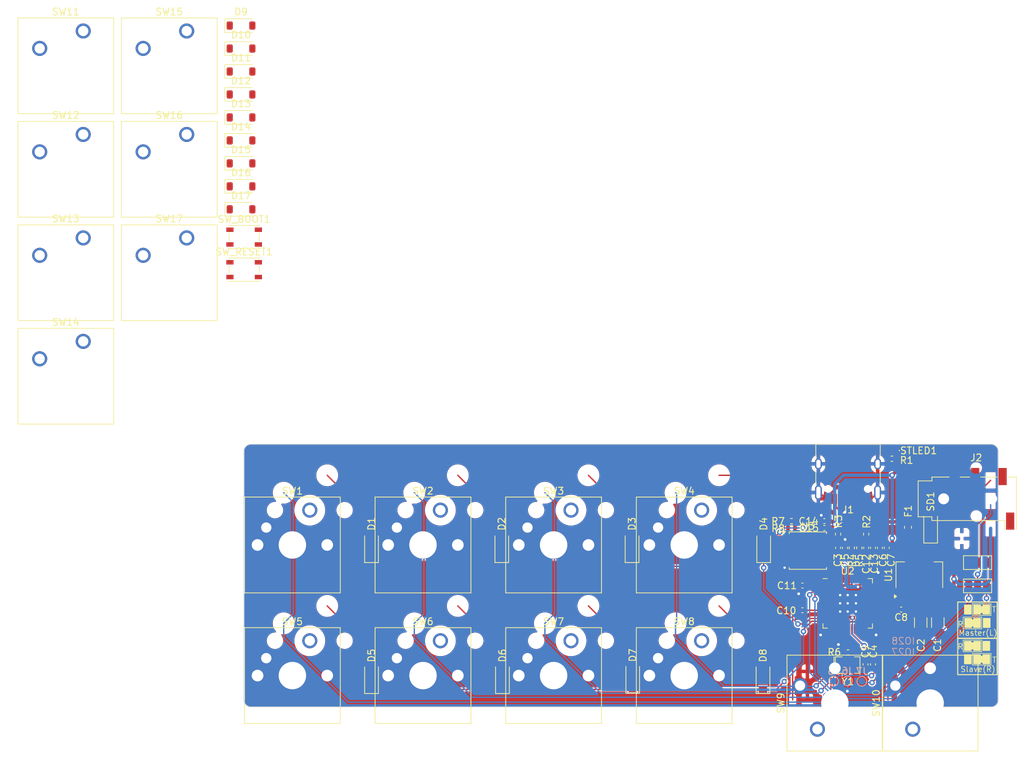
<source format=kicad_pcb>
(kicad_pcb (version 20240108) (generator "pcbnew") (generator_version "8.0")
  (layers (0 "F.Cu" signal) (31 "B.Cu" signal) (34 "B.Paste" user) (35 "F.Paste" user) (36 "B.SilkS" user "B.Silkscreen") (37 "F.SilkS" user "F.Silkscreen") (38 "B.Mask" user) (39 "F.Mask" user) (44 "Edge.Cuts" user))
  (net 0 "")
  (net 1 "+5V")
  (net 2 "GND")
  (net 3 "+3V3")
  (net 4 "+1V1")
  (net 5 "row0")
  (net 6 "Net-(D1-A)")
  (net 7 "Net-(D2-A)")
  (net 8 "Net-(D3-A)")
  (net 9 "row1")
  (net 10 "Net-(D5-A)")
  (net 11 "Net-(D6-A)")
  (net 12 "Net-(D7-A)")
  (net 13 "Net-(D8-A)")
  (net 14 "VBUS")
  (net 15 "Net-(SD1-A)")
  (net 16 "Net-(J1-CC1)")
  (net 17 "D+")
  (net 18 "D-")
  (net 19 "SWCLK")
  (net 20 "SWD")
  (net 21 "Net-(STLED1-A)")
  (net 22 "QSPI_SS")
  (net 23 "USB_BOOT")
  (net 24 "col0")
  (net 25 "col1")
  (net 26 "col2")
  (net 27 "col3")
  (net 28 "RESET")
  (net 29 "Net-(U2-USB_DP)")
  (net 30 "Net-(U2-USB_DM)")
  (net 31 "Net-(U2-XOUT)")
  (net 37 "Net-(D4-A)")
  (net 38 "QSPI_SD3")
  (net 39 "QSPI_SCLK")
  (net 40 "QSPI_SD0")
  (net 41 "QSPI_SD2")
  (net 42 "QSPI_SD1")
  (net 43 "R2")
  (net 44 "R1")
  (net 45 "RX")
  (net 46 "TX")
  (net 47 "row2")
  (net 48 "Net-(D9-A)")
  (net 49 "Net-(U2-XIN)")
  (net 58 "Net-(R6-Pad1)")
  (net 65 "Net-(D10-A)")
  (net 66 "Net-(D11-A)")
  (net 67 "Net-(D12-A)")
  (net 68 "Net-(D13-A)")
  (net 69 "row3")
  (net 70 "Net-(D14-A)")
  (net 71 "Net-(D15-A)")
  (net 72 "Net-(D16-A)")
  (net 73 "row4")
  (net 74 "Net-(D17-A)")
  (net 75 "unconnected-(J1-RX2--PadA10)")
  (net 76 "Net-(J1-CC)")
  (footprint "Jumper:SolderJumper-3_P1.3mm_Open_Pad1.0x1.5mm_NumberLabels" (layer "F.Cu") (at 197.4 107.65)
    (property "Reference" "J4" (hide yes))
    (property "Value" "Conn_01x03_Male")
  )
  (footprint "Package_SO:SOIC-8_5.23x5.23mm_P1.27mm" (layer "F.Cu") (at 172.65 105.9)
    (property "Reference" "U3")
    (property "Value" "W25Q128JVSIQ")
  )
  (footprint "Button_Switch_Keyboard:SW_Cherry_MX_1.00u_PCB" (layer "F.Cu") (at 100 119.05)
    (property "Reference" "SW5")
    (property "Value" "SW_Push")
  )
  (footprint "Resistor_SMD:R_0402_1005Metric" (layer "F.Cu") (at 184.9 92.5)
    (property "Reference" "R1")
    (property "Value" "1k")
  )
  (footprint "Connector_USB:USB_C_Receptacle_HRO_TYPE-C-31-M-12" (layer "F.Cu") (at 178.5 94.3 180)
    (property "Reference" "J1")
    (property "Value" "USB_C_Receptacle")
  )
  (footprint "Diode_SMD:D_SOD-123" (layer "F.Cu") (at 190.55 102.55 90)
    (property "Reference" "SD1")
    (property "Value" "Schottky diode")
  )
  (footprint "Button_Switch_SMD:SW_SPST_PTS810" (layer "F.Cu") (at 90.425 60.175)
    (property "Reference" "SW_BOOT1")
    (property "Value" "BOOT")
  )
  (footprint "Button_Switch_SMD:SW_SPST_PTS810" (layer "F.Cu") (at 90.425 64.925)
    (property "Reference" "SW_RESET1")
    (property "Value" "RESET")
  )
  (footprint "Button_Switch_Keyboard:SW_Cherry_MX_1.00u_PCB" (layer "F.Cu") (at 157.15 119.05)
    (property "Reference" "SW8")
    (property "Value" "SW_Push")
  )
  (footprint "Fuse:Fuse_0603_1608Metric" (layer "F.Cu") (at 187.25 102.5 -90)
    (property "Reference" "F1")
    (property "Value" "Fuse")
  )
  (footprint "Diode_SMD:D_SOD-123" (layer "F.Cu") (at 89.97 39.375)
    (property "Reference" "D12")
    (property "Value" "D_Small")
  )
  (footprint "LED_SMD:LED_0402_1005Metric" (layer "F.Cu") (at 184.9 91.3 180)
    (property "Reference" "STLED1")
    (property "Value" "LED_GREEN")
  )
  (footprint "Capacitor_SMD:C_1206_3216Metric" (layer "F.Cu") (at 191.6 116.4 -90)
    (property "Reference" "C1")
    (property "Value" "10u")
  )
  (footprint "Diode_SMD:D_SOD-123" (layer "F.Cu") (at 147.1 124.45 90)
    (property "Reference" "D7")
    (property "Value" "D_Small")
  )
  (footprint "Diode_SMD:D_SOD-123" (layer "F.Cu") (at 89.97 56.125)
    (property "Reference" "D17")
    (property "Value" "D_Small")
  )
  (footprint "Diode_SMD:D_SOD-123" (layer "F.Cu") (at 109 105.4 90)
    (property "Reference" "D1")
    (property "Value" "D_Small")
  )
  (footprint "Diode_SMD:D_SOD-123" (layer "F.Cu") (at 166.1 124.5 90)
    (property "Reference" "D8")
    (property "Value" "D_Small")
  )
  (footprint "Resistor_SMD:R_0402_1005Metric" (layer "F.Cu") (at 170.25 101.6 180)
    (property "Reference" "R7")
    (property "Value" "10k")
  )
  (footprint "Package_TO_SOT_SMD:SOT-223-3_TabPin2" (layer "F.Cu") (at 188.9 109.45 90)
    (property "Reference" "U1")
    (property "Value" "NCP1117-3.3_SOT223")
  )
  (footprint "Button_Switch_Keyboard:SW_Cherry_MX_1.00u_PCB" (layer "F.Cu") (at 66.955 45.205)
    (property "Reference" "SW12")
    (property "Value" "SW_Push")
  )
  (footprint "Button_Switch_Keyboard:SW_Cherry_MX_1.00u_PCB" (layer "F.Cu") (at 66.955 60.295)
    (property "Reference" "SW13")
    (property "Value" "SW_Push")
  )
  (footprint "Resistor_SMD:R_0402_1005Metric" (layer "F.Cu") (at 180.15 105.5 90)
    (property "Reference" "R5")
    (property "Value" "27")
  )
  (footprint "Button_Switch_Keyboard:SW_Cherry_MX_1.00u_PCB" (layer "F.Cu") (at 171.5 125.6 90)
    (property "Reference" "SW9")
    (property "Value" "SW_Push")
  )
  (footprint "Capacitor_SMD:C_0402_1005Metric" (layer "F.Cu") (at 183.15 105.5 90)
    (property "Reference" "C6")
    (property "Value" "100n")
  )
  (footprint "Capacitor_SMD:C_0402_1005Metric" (layer "F.Cu") (at 175.05 102.6 180)
    (property "Reference" "C15")
    (property "Value" "2.2uF")
  )
  (footprint "Button_Switch_Keyboard:SW_Cherry_MX_1.00u_PCB" (layer "F.Cu") (at 157.15 100)
    (property "Reference" "SW4")
    (property "Value" "SW_Push")
  )
  (footprint "Capacitor_SMD:C_0402_1005Metric" (layer "F.Cu") (at 182.15 122.5 -90)
    (property "Reference" "C4")
    (property "Value" "100n")
  )
  (footprint "Diode_SMD:D_SOD-123" (layer "F.Cu") (at 89.97 49.425)
    (property "Reference" "D15")
    (property "Value" "D_Small")
  )
  (footprint "Resistor_SMD:R_0402_1005Metric" (layer "F.Cu") (at 178.5 120.75 180)
    (property "Reference" "R6")
    (property "Value" "1k")
  )
  (footprint "Button_Switch_Keyboard:SW_Cherry_MX_1.00u_PCB" (layer "F.Cu") (at 66.955 30.115)
    (property "Reference" "SW11")
    (property "Value" "SW_Push")
  )
  (footprint "Resistor_SMD:R_0402_1005Metric" (layer "F.Cu") (at 170.25 102.6 180)
    (property "Reference" "R8")
    (property "Value" "1k")
  )
  (footprint "Button_Switch_Keyboard:SW_Cherry_MX_1.00u_PCB" (layer "F.Cu") (at 82.045 60.295)
    (property "Reference" "SW17")
    (property "Value" "SW_Push")
  )
  (footprint "Button_Switch_Keyboard:SW_Cherry_MX_1.00u_PCB" (layer "F.Cu") (at 138.1 100)
    (property "Reference" "SW3")
    (property "Value" "SW_Push")
  )
  (footprint "Diode_SMD:D_SOD-123" (layer "F.Cu") (at 89.97 46.075)
    (property "Reference" "D14")
    (property "Value" "D_Small")
  )
  (footprint "Button_Switch_Keyboard:SW_Cherry_MX_1.00u_PCB" (layer "F.Cu") (at 82.045 45.205)
    (property "Reference" "SW16")
    (property "Value" "SW_Push")
  )
  (footprint "Capacitor_SMD:C_0402_1005Metric" (layer "F.Cu") (at 184.15 105.5 90)
    (property "Reference" "C7")
    (property "Value" "100n")
  )
  (footprint "Diode_SMD:D_SOD-123" (layer "F.Cu") (at 89.97 42.725)
    (property "Reference" "D13")
    (property "Value" "D_Small")
  )
  (footprint "Capacitor_SMD:C_0402_1005Metric" (layer "F.Cu") (at 186.25 114.5)
    (property "Reference" "C8")
    (property "Value" "100n")
  )
  (footprint "Package_DFN_QFN:QFN-56-1EP_7x7mm_P0.4mm_EP3.2x3.2mm" (layer "F.Cu") (at 178.45 113.6)
    (property "Reference" "U2")
    (property "Value" "RP2040")
  )
  (footprint "Diode_SMD:D_SOD-123" (layer "F.Cu") (at 128 105.4 90)
    (property "Reference" "D2")
    (property "Value" "D_Small")
  )
  (footprint "Capacitor_SMD:C_0402_1005Metric" (layer "F.Cu") (at 171.85 111 180)
    (property "Reference" "C11")
    (property "Value" "100n")
  )
  (footprint "Capacitor_SMD:C_0402_1005Metric" (layer "F.Cu") (at 178.05 105.5 90)
    (property "Reference" "C5")
    (property "Value" "100n")
  )
  (footprint "Button_Switch_Keyboard:SW_Cherry_MX_1.00u_PCB" (layer "F.Cu") (at 119.05 119.05)
    (property "Reference" "SW6")
    (property "Value" "SW_Push")
  )
  (footprint "Diode_SMD:D_SOD-123" (layer "F.Cu") (at 89.97 52.775)
    (property "Reference" "D16")
    (property "Value" "D_Small")
  )
  (footprint "Capacitor_SMD:C_0402_1005Metric" (layer "F.Cu") (at 175.05 101.6 180)
    (property "Reference" "C14")
    (property "Value" "100n")
  )
  (footprint "Capacitor_SMD:C_0402_1005Metric" (layer "F.Cu") (at 181.05 122.5 -90)
    (property "Reference" "C9")
    (property "Value" "100n")
  )
  (footprint "Diode_SMD:D_SOD-123" (layer "F.Cu") (at 89.97 32.675)
    (property "Reference" "D10")
    (property "Value" "D_Small")
  )
  (footprint "Diode_SMD:D_SOD-123" (layer "F.Cu") (at 109 124.5 90)
    (property "Reference" "D5")
    (property "Value" "D_Small")
  )
  (footprint "Resistor_SMD:R_0402_1005Metric" (layer "F.Cu") (at 181.15 103.5 -90)
    (property "Reference" "R2")
    (property "Value" "5.1k")
  )
  (footprint "Capacitor_SMD:C_1206_3216Metric" (layer "F.Cu") (at 189.1 116.4 -90)
    (property "Reference" "C2")
    (property "Value" "10u")
  )
  (footprint "Capacitor_SMD:C_0402_1005Metric" (layer "F.Cu") (at 171.85 114.6 180)
    (property "Reference" "C10")
    (property "Value" "100n")
  )
  (footprint "Diode_SMD:D_SOD-123" (layer "F.Cu") (at 147 105.4 90)
    (property "Reference" "D3")
    (property "Value" "D_Small")
  )
  (footprint "Button_Switch_Keyboard:SW_Cherry_MX_1.00u_PCB" (layer "F.Cu") (at 185.4 125.6 90)
    (property "Reference" "SW10")
    (property "Value" "SW_Push")
  )
  (footprint "Jumper:SolderJumper-3_P1.3mm_Open_Pad1.0x1.5mm_NumberLabels" (layer "F.Cu") (at 197.4 111.05)
    (property "Reference" "J3" (hide yes))
    (property "Value" "Conn_01x03_Male")
  )
  (footprint "Resistor_SMD:R_0402_1005Metric" (layer "F.Cu") (at 179.05 105.5 90)
    (property "Reference" "R4")
    (property "Value" "27")
  )
  (footprint "Diode_SMD:D_SOD-123" (layer "F.Cu") (at 128.1 124.5 90)
    (property "Reference" "D6")
    (property "Value" "D_Small")
  )
  (footprint "Capacitor_SMD:C_0402_1005Metric" (layer "F.Cu") (at 177.05 105.5 90)
    (property "Reference" "C3")
    (property "Value" "100n")
  )
  (footprint "Diode_SMD:D_SOD-123" (layer "F.Cu") (at 166.2 105.4 90)
    (property "Reference" "D4")
    (property "Value" "D_Small")
  )
  (footprint "Capacitor_SMD:C_0402_1005Metric" (layer "F.Cu") (at 182.15 105.5 90)
    (property "Reference" "C13")
    (property "Value" "2.2uF")
  )
  (footprint "Button_Switch_Keyboard:SW_Cherry_MX_1.00u_PCB" (layer "F.Cu") (at 82.045 30.115)
    (property "Reference" "SW15")
    (property "Value" "SW_Push")
  )
  (footprint "Diode_SMD:D_SOD-123" (layer "F.Cu") (at 89.97 36.025)
    (property "Reference" "D11")
    (property "Value" "D_Small")
  )
  (footprint "Crystal:Resonator_SMD_Murata_CSTxExxV-3Pin_3.0x1.1mm" (layer "F.Cu") (at 178.45 122.6)
    (property "Reference" "Y1")
    (property "Value" "12MHz")
  )
  (footprint "Button_Switch_Keyboard:SW_Cherry_MX_1.00u_PCB" (layer "F.Cu") (at 119.05 100)
    (property "Reference" "SW2")
    (property "Value" "SW_Push")
  )
  (footprint "Diode_SMD:D_SOD-123" (layer "F.Cu") (at 89.97 29.325)
    (property "Reference" "D9")
    (property "Value" "D_Small")
  )
  (footprint "Button_Switch_Keyboard:SW_Cherry_MX_1.00u_PCB" (layer "F.Cu") (at 66.955 75.385)
    (property "Reference" "SW14")
    (property "Value" "SW_Push")
  )
  (footprint "Button_Switch_Keyboard:SW_Cherry_MX_1.00u_PCB" (layer "F.Cu") (at 100 100)
    (property "Reference" "SW1")
    (property "Value" "SW_Push")
  )
  (footprint "Resistor_SMD:R_0402_1005Metric" (layer "F.Cu") (at 177.05 103.5 -90)
    (property "Reference" "R3")
    (property "Value" "5.1k")
  )
  (footprint "Connector_Audio:Jack_3.5mm_KoreanHropartsElec_PJ-320D-4A_Horizontal" (layer "F.Cu") (at 197.2 98.35)
    (property "Reference" "J2")
    (property "Value" "AudioJack4")
  )
  (footprint "Button_Switch_Keyboard:SW_Cherry_MX_1.00u_PCB" (layer "F.Cu") (at 138.1 119.05)
    (property "Reference" "SW7")
    (property "Value" "SW_Push")
  )
  (footprint "Capacitor_SMD:C_0402_1005Metric" (layer "F.Cu") (at 181.15 105.5 90)
    (property "Reference" "C12")
    (property "Value" "2.2uF")
  )
  (footprint "TestPoint:TestPoint_Pad_D1.0mm" (layer "B.Cu") (at 180.52 124.97 180)
    (property "Reference" "J7")
    (property "Value" "TP3")
  )
  (footprint "TestPoint:TestPoint_Pad_D1.0mm" (layer "B.Cu") (at 178.43 124.91 180)
    (property "Reference" "J6")
    (property "Value" "TP2")
  )
  (footprint "TestPoint:TestPoint_Pad_D1.0mm" (layer "B.Cu") (at 176.39 124.94 180)
    (property "Reference" "J5")
    (property "Value" "TP1")
  )
  (gr_rect (start 198.2 119.15) (end 199.15 120.45) (stroke (width 0.15)) (fill solid) (layer "F.SilkS"))
  (gr_rect (start 194.5 118.7) (end 200.25 124) (stroke (width 0.15)) (fill none) (layer "F.SilkS"))
  (gr_rect (start 196 116.35) (end 197.4 116.55) (stroke (width 0.8)) (fill none) (layer "F.SilkS"))
  (gr_rect (start 196.85 119.15) (end 197.8 120.45) (stroke (width 0.15)) (fill solid) (layer "F.SilkS"))
  (gr_rect (start 196.85 121.1) (end 197.8 122.4) (stroke (width 0.15)) (fill solid) (layer "F.SilkS"))
  (gr_rect (start 196.65 120.9) (end 199.35 122.6) (stroke (width 0.1)) (fill none) (layer "F.SilkS"))
  (gr_rect (start 195.5 113.85) (end 196.45 115.15) (stroke (width 0.15)) (fill solid) (layer "F.SilkS"))
  (gr_rect (start 196.65 113.65) (end 199.35 115.35) (stroke (width 0.1)) (fill none) (layer "F.SilkS"))
  (gr_rect (start 197.3 114.4) (end 198.7 114.6) (stroke (width 0.8)) (fill none) (layer "F.SilkS"))
  (gr_rect (start 195.3 115.6) (end 198 117.3) (stroke (width 0.1)) (fill none) (layer "F.SilkS"))
  (gr_rect (start 195.5 119.15) (end 196.45 120.45) (stroke (width 0.15)) (fill solid) (layer "F.SilkS"))
  (gr_rect (start 196.85 113.85) (end 197.8 115.15) (stroke (width 0.15)) (fill solid) (layer "F.SilkS"))
  (gr_rect (start 198.2 113.85) (end 199.15 115.15) (stroke (width 0.15)) (fill solid) (layer "F.SilkS"))
  (gr_rect (start 195.55 115.8) (end 196.5 117.1) (stroke (width 0.15)) (fill solid) (layer "F.SilkS"))
  (gr_rect (start 196.85 115.8) (end 197.8 117.1) (stroke (width 0.15)) (fill solid) (layer "F.SilkS"))
  (gr_rect (start 194.5 113.4) (end 200.25 118.7) (stroke (width 0.15)) (fill none) (layer "F.SilkS"))
  (gr_rect (start 195.9 119.7) (end 197.3 119.9) (stroke (width 0.8)) (fill none) (layer "F.SilkS"))
  (gr_rect (start 197.25 121.65) (end 198.65 121.85) (stroke (width 0.8)) (fill none) (layer "F.SilkS"))
  (gr_rect (start 195.5 121.1) (end 196.45 122.4) (stroke (width 0.15)) (fill solid) (layer "F.SilkS"))
  (gr_rect (start 198.25 115.8) (end 199.2 117.1) (stroke (width 0.15)) (fill solid) (layer "F.SilkS"))
  (gr_rect (start 198.2 121.1) (end 199.15 122.4) (stroke (width 0.15)) (fill solid) (layer "F.SilkS"))
  (gr_rect (start 195.3 118.95) (end 198 120.65) (stroke (width 0.1)) (fill none) (layer "F.SilkS"))
  (gr_line (start 90.4 91.4) (end 90.4 127.7) (stroke (width 0.1)) (layer "Edge.Cuts"))
  (gr_line (start 91.4 128.7) (end 199.4 128.7) (stroke (width 0.1)) (layer "Edge.Cuts"))
  (gr_line (start 200.4 127.7) (end 200.4 91.4) (stroke (width 0.1)) (layer "Edge.Cuts"))
  (gr_arc (start 199.4 90.4) (mid 200.107107 90.692893) (end 200.4 91.4) (stroke (width 0.1)) (layer "Edge.Cuts"))
  (gr_arc (start 200.4 127.7) (mid 200.107107 128.407107) (end 199.4 128.7) (stroke (width 0.1)) (layer "Edge.Cuts"))
  (gr_line (start 199.4 90.4) (end 91.4 90.4) (stroke (width 0.1)) (layer "Edge.Cuts"))
  (gr_arc (start 90.4 91.4) (mid 90.692893 90.692893) (end 91.4 90.4) (stroke (width 0.1)) (layer "Edge.Cuts"))
  (gr_arc (start 91.4 128.7) (mid 90.692893 128.407107) (end 90.4 127.7) (stroke (width 0.1)) (layer "Edge.Cuts"))
  (gr_text "IO28\nIO27" (at 186.551364 119.890534 0) (layer "B.SilkS") (effects (font (size 1 1) (thickness 0.1)) (justify mirror)))
  (gr_text "T" (at 199.85 121.85 0) (layer "F.SilkS") (effects (font (size 0.8 0.8) (thickness 0.1))))
  (gr_text "Slave(R)" (at 197.45 123.2 0) (layer "F.SilkS") (effects (font (size 0.8 0.8) (thickness 0.1))))
  (gr_text "R" (at 194.9 116.65 0) (layer "F.SilkS") (effects (font (size 0.8 0.8) (thickness 0.1))))
  (gr_text "Master(L)" (at 197.45 117.9 0) (layer "F.SilkS") (effects (font (size 0.8 0.8) (thickness 0.1))))
  (gr_text "T" (at 199.8 114.5 0) (layer "F.SilkS") (effects (font (size 0.8 0.8) (thickness 0.1))))
  (gr_text "R" (at 194.9 119.9 0) (layer "F.SilkS") (effects (font (size 0.8 0.8) (thickness 0.1))))
  (segment (start 193.95 110.05) (end 193.95 113.75) (width 0.5) (layer "F.Cu") (net 1))
  (segment (start 190.55 104.2) (end 190.7 104.2) (width 0.2) (layer "F.Cu") (net 1))
  (segment (start 193.95 110.05) (end 193.95 107.385614) (width 0.5) (layer "F.Cu") (net 1))
  (segment (start 193.95 107.385614) (end 190.764386 104.2) (width 0.5) (layer "F.Cu") (net 1))
  (segment (start 191.6 113) (end 191.2 112.6) (width 0.5) (layer "F.Cu") (net 1))
  (segment (start 193.95 113.75) (end 192.775 114.925) (width 0.5) (layer "F.Cu") (net 1))
  (segment (start 190.764386 104.2) (end 190.7 104.2) (width 0.5) (layer "F.Cu") (net 1))
  (segment (start 192.775 114.925) (end 191.6 114.925) (width 0.5) (layer "F.Cu") (net 1))
  (segment (start 191.6 114.925) (end 191.6 113) (width 0.5) (layer "F.Cu") (net 1))
  (via (at 193.95 110.05) (size 0.8) (drill 0.4) (layers "F.Cu" "B.Cu") (net 1))
  (segment (start 194.7 110.8) (end 198.6 110.8) (width 0.5) (layer "B.Cu") (net 1))
  (segment (start 193.95 110.05) (end 194.7 110.8) (width 0.5) (layer "B.Cu") (net 1))
  (segment (start 199.3 110.1) (end 199.3 102.65) (width 0.5) (layer "B.Cu") (net 1))
  (segment (start 198.6 110.8) (end 199.3 110.1) (width 0.5) (layer "B.Cu") (net 1))
  (segment (start 177.451364 114.590534) (end 178.451364 113.590534) (width 0.2) (layer "F.Cu") (net 2))
  (segment (start 169.951364 107.795534) (end 169.846844 107.795534) (width 0.2) (layer "F.Cu") (net 2))
  (segment (start 181.15 105.02) (end 181.15 104.11) (width 0.2) (layer "F.Cu") (net 2))
  (segment (start 177.45 117.0375) (end 177.45 119.25) (width 0.2) (layer "F.Cu") (net 2))
  (segment (start 174.57 101.6) (end 174.57 100.7795) (width 0.2) (layer "F.Cu") (net 2))
  (segment (start 186.73 114.5) (end 186.73 112.73) (width 0.25) (layer "F.Cu") (net 2))
  (segment (start 177.05 105.02) (end 177.05 104.01) (width 0.2) (layer "F.Cu") (net 2))
  (segment (start 174.57 100.7795) (end 174.6 100.7495) (width 0.2) (layer "F.Cu") (net 2))
  (segment (start 174.336364 97.420534) (end 175.251364 98.335534) (width 0.25) (layer "F.Cu") (net 2))
  (segment (start 182.82 97.43) (end 182.82 93.25) (width 0.2) (layer "F.Cu") (net 2))
  (segment (start 177.45 119.25) (end 177.1 119.6) (width 0.2) (layer "F.Cu") (net 2))
  (segment (start 184.15 105.02) (end 183.15 105.02) (width 0.2) (layer "F.Cu") (net 2))
  (segment (start 181.906364 98.335534) (end 182.821364 97.420534) (width 0.25) (layer "F.Cu") (net 2))
  (segment (start 174.181364 97.420534) (end 174.336364 97.420534) (width 0.25) (layer "F.Cu") (net 2))
  (segment (start 169.846844 107.795534) (end 169.250384 108.391994) (width 0.2) (layer "F.Cu") (net 2))
  (segment (start 177.810794 104.01) (end 178.075901 104.275107) (width 0.2) (layer "F.Cu") (net 2))
  (segment (start 178.05 105.02) (end 177.05 105.02) (width 0.2) (layer "F.Cu") (net 2))
  (segment (start 181.15 105.02) (end 182.15 105.02) (width 0.2) (layer "F.Cu") (net 2))
  (segment (start 177.05 104.01) (end 177.810794 104.01) (width 0.2) (layer "F.Cu") (net 2))
  (segment (start 186.73 112.73) (end 186.6 112.6) (width 0.25) (layer "F.Cu") (net 2))
  (segment (start 174.18 93.25) (end 174.18 97.43) (width 0.2) (layer "F.Cu") (net 2))
  (segment (start 182.15 105.02) (end 183.15 105.02) (width 0.2) (layer "F.Cu") (net 2))
  (via (at 178.451364 112.390534) (size 0.6) (drill 0.35) (layers "F.Cu" "B.Cu") (net 2))
  (via (at 182.6 118.2) (size 0.8) (drill 0.4) (layers "F.Cu" "B.Cu") (net 2))
  (via (at 169.250384 108.391994) (size 0.6) (drill 0.35) (layers "F.Cu" "B.Cu") (net 2))
  (via (at 174.5 118.2) (size 0.8) (drill 0.4) (layers "F.Cu" "B.Cu") (net 2))
  (via (at 177.351364 114.790534) (size 0.6) (drill 0.35) (layers "F.Cu" "B.Cu") (net 2))
  (via (at 178.451364 114.790534) (size 0.6) (drill 0.35) (layers "F.Cu" "B.Cu") (net 2))
  (via (at 178.075901 104.275107) (size 0.8) (drill 0.4) (layers "F.Cu" "B.Cu") (net 2))
  (via (at 177.351364 112.390534) (size 0.6) (drill 0.35) (layers "F.Cu" "B.Cu") (net 2))
  (via (at 178.4 126.4) (size 0.8) (drill 0.4) (layers "F.Cu" "B.Cu") (net 2))
  (via (at 179.651364 113.590534) (size 0.6) (drill 0.35) (layers "F.Cu" "B.Cu") (net 2))
  (via (at 171.3 112.2) (size 0.8) (drill 0.4) (layers "F.Cu" "B.Cu") (net 2))
  (via (at 174.6 100.7495) (size 0.8) (drill 0.4) (layers "F.Cu" "B.Cu") (net 2))
  (via (at 182.9 109.1) (size 0.8) (drill 0.4) (layers "F.Cu" "B.Cu") (net 2))
  (via (at 179.651364 114.790534) (size 0.6) (drill 0.35) (layers "F.Cu" "B.Cu") (net 2))
  (via (at 178.05 100.3) (size 0.8) (drill 0.4) (layers "F.Cu" "B.Cu") (net 2))
  (via (at 178.451364 113.590534) (size 0.6) (drill 0.35) (layers "F.Cu" "B.Cu") (net 2))
  (via (at 177.1 119.6) (size 0.8) (drill 0.4) (layers "F.Cu" "B.Cu") (net 2))
  (via (at 179.651364 112.390534) (size 0.6) (drill 0.35) (layers "F.Cu" "B.Cu") (net 2))
  (via (at 177.351364 113.590534) (size 0.6) (drill 0.35) (layers "F.Cu" "B.Cu") (net 2))
  (segment (start 178.43 124.91) (end 178.43 126.37) (width 0.2) (layer "B.Cu") (net 2))
  (segment (start 178.43 126.37) (end 178.4 126.4) (width 0.2) (layer "B.Cu") (net 2))
  (segment (start 180.651364 110.153034) (end 180.651364 110.990534) (width 0.2) (layer "F.Cu") (net 3))
  (segment (start 181.051364 110.990534) (end 180.851364 111.190534) (width 0.2) (layer "F.Cu") (net 3))
  (segment (start 176.051364 102.590534) (end 175.531364 102.590534) (width 0.5) (layer "F.Cu") (net 3))
  (segment (start 181.188864 110.153034) (end 181.188864 108.153034) (width 0.5) (layer "F.Cu") (net 3))
  (segment (start 175.0125 111) (end 175.9 111) (width 0.2) (layer "F.Cu") (net 3))
  (segment (start 181.8875 110.6625) (end 181.95 110.6) (width 0.2) (layer "F.Cu") (net 3))
  (segment (start 172.206663 114.476663) (end 172.33 114.6) (width 0.2) (layer "F.Cu") (net 3))
  (segment (start 184.95 105.65) (end 184.95 104.1) (width 0.5) (layer "F.Cu") (net 3))
  (segment (start 175.531364 103.805534) (end 175.351364 103.985534) (width 0.5) (layer "F.Cu") (net 3))
  (segment (start 185.41 94.44) (end 185.41 92.5) (width 0.5) (layer "F.Cu") (net 3))
  (segment (start 185.77 115.07) (end 185.77 114.5) (width 0.5) (layer "F.Cu") (net 3))
  (segment (start 175.0125 111) (end 172.33 111) (width 0.2) (layer "F.Cu") (net 3))
  (segment (start 178.851364 110.990534) (end 178.651364 110.790534) (width 0.2) (layer "F.Cu") (net 3))
  (segment (start 178.651364 110.790534) (end 178.651364 110.153034) (width 0.2) (layer "F.Cu") (net 3))
  (segment (start 184.15 106.3) (end 184.15 105.98) (width 0.5) (layer "F.Cu") (net 3))
  (segment (start 181.8875 111) (end 181.06083 111) (width 0.2) (layer "F.Cu") (net 3))
  (segment (start 175.531364 103.805534) (end 175.531364 102.590534) (width 0.5) (layer "F.Cu") (net 3))
  (segment (start 181.05 120.95) (end 178.65 118.55) (width 0.2) (layer "F.Cu") (net 3))
  (segment (start 188.9 112.6) (end 188.9 114.725) (width 0.5) (layer "F.Cu") (net 3))
  (segment (start 184.95 94.9) (end 185.41 94.44) (width 0.5) (layer "F.Cu") (net 3))
  (segment (start 180.651364 110.153034) (end 180.651364 107.658034) (width 0.2) (layer "F.Cu") (net 3))
  (segment (start 171.6 99.9) (end 170.76 100.74) (width 0.5) (layer "F.Cu") (net 3))
  (segment (start 181.188864 108.153034) (end 183.151364 106.190534) (width 0.5) (layer "F.Cu") (net 3))
  (segment (start 181.95 108.5) (end 184.15 106.3) (width 0.5) (layer "F.Cu") (net 3))
  (segment (start 181.8875 111) (end 181.8875 110.6625) (width 0.2) (layer "F.Cu") (net 3))
  (segment (start 176.551364 102.090534) (end 176.551364 100.651364) (width 0.5) (layer "F.Cu") (net 3))
  (segment (start 186.2 115.5) (end 185.77 115.07) (width 0.5) (layer "F.Cu") (net 3))
  (segment (start 188.525 115.5) (end 186.2 115.5) (width 0.5) (layer "F.Cu") (net 3))
  (segment (start 183.151364 106.190534) (end 183.151364 106.070534) (width 0.5) (layer "F.Cu") (net 3))
  (segment (start 176.551364 102.090534) (end 176.051364 102.590534) (width 0.5) (layer "F.Cu") (net 3))
  (segment (start 175.0125 114.6) (end 172.33 114.6) (width 0.2) (layer "F.Cu") (net 3))
  (segment (start 184.15 105.98) (end 183.15 105.98) (width 0.5) (layer "F.Cu") (net 3))
  (segment (start 172.206663 111.123337) (end 172.206663 114.476663) (width 0.2) (layer "F.Cu") (net 3))
  (segment (start 179.051364 109.290534) (end 178.851364 109.090534) (width 0.2) (layer "F.Cu") (net 3))
  (segment (start 180.651364 107.658034) (end 182.151364 106.158034) (width 0.2) (layer "F.Cu") (net 3))
  (segment (start 181.05 122.02) (end 181.05 120.95) (width 0.2) (layer "F.Cu") (net 3))
  (segment (start 176.051364 101.590534) (end 176.551364 102.090534) (width 0.5) (layer "F.Cu") (net 3))
  (segment (start 181.051364 110.153034) (end 181.051364 110.990534) (width 0.2) (layer "F.Cu") (net 3))
  (segment (start 181.8875 114.6) (end 185.67 114.6) (width 0.2) (layer "F.Cu") (net 3))
  (segment (start 178.651364 109.290534) (end 178.651364 110.153034) (width 0.2) (layer "F.Cu") (net 3))
  (segment (start 179.051364 110.153034) (end 179.051364 109.290534) (width 0.2) (layer "F.Cu") (net 3))
  (segment (start 178.65 118.55) (end 178.65 117.0375) (width 0.2) (layer "F.Cu") (net 3))
  (segment (start 175.531364 102.590534) (end 175.531364 101.590534) (width 0.5) (layer "F.Cu") (net 3))
  (segment (start 181.06083 111) (end 181.051364 110.990534) (width 0.2) (layer "F.Cu") (net 3))
  (segment (start 180.851364 111.190534) (end 180.851364 112.190534) (width 0.2) (layer "F.Cu") (net 3))
  (segment (start 178.65 117.0375) (end 178.65 116.291898) (width 0.2) (layer "F.Cu") (net 3))
  (segment (start 181.95 110.6) (end 181.95 108.5) (width 0.5) (layer "F.Cu") (net 3))
  (segment (start 178.65 116.291898) (end 178.652343 116.289555) (width 0.2) (layer "F.Cu") (net 3))
  (segment (start 181.8875 114.6) (end 180.95 114.6) (width 0.2) (layer "F.Cu") (net 3))
  (segment (start 179.051364 110.153034) (end 179.051364 110.790534) (width 0.2) (layer "F.Cu") (net 3))
  (segment (start 182.15 105.98) (end 183.15 105.98) (width 0.5) (layer "F.Cu") (net 3))
  (segment (start 175.0125 114.6) (end 175.8 114.6) (width 0.2) (layer "F.Cu") (net 3))
  (segment (start 179.051364 110.790534) (end 178.851364 110.990534) (width 0.2) (layer "F.Cu") (net 3))
  (segment (start 178.851364 109.090534) (end 178.851364 107.638643) (width 0.5) (layer "F.Cu") (net 3))
  (segment (start 175.8 99.9) (end 171.6 99.9) (width 0.5) (layer "F.Cu") (net 3))
  (segment (start 184.15 105.98) (end 184.62 105.98) (width 0.5) (layer "F.Cu") (net 3))
  (segment (start 189.1 114.925) (end 188.525 115.5) (width 0.5) (layer "F.Cu") (net 3))
  (segment (start 184.62 105.98) (end 184.95 105.65) (width 0.5) (layer "F.Cu") (net 3))
  (segment (start 175.531364 101.590534) (end 176.051364 101.590534) (width 0.5) (layer "F.Cu") (net 3))
  (segment (start 178.652343 116.289555) (end 179.652343 116.289555) (width 0.2) (layer "F.Cu") (net 3))
  (segment (start 185.67 114.6) (end 185.77 114.5) (width 0.2) (layer "F.Cu") (net 3))
  (segment (start 179.652343 116.289555) (end 179.951364 115.990534) (width 0.2) (layer "F.Cu") (net 3))
  (segment (start 178.051364 106.838643) (end 178.051364 106.070534) (width 0.5) (layer "F.Cu") (net 3))
  (segment (start 172.33 111) (end 172.206663 111.123337) (width 0.2) (layer "F.Cu") (net 3))
  (segment (start 176.551364 100.651364) (end 175.8 99.9) (width 0.5) (layer "F.Cu") (net 3))
  (segment (start 178.851364 109.090534) (end 178.651364 109.290534) (width 0.2) (layer "F.Cu") (net 3))
  (segment (start 178.851364 107.638643) (end 178.051364 106.838643) (width 0.5) (layer "F.Cu") (net 3))
  (segment (start 188.9 114.725) (end 189.1 114.925) (width 0.5) (layer "F.Cu") (net 3))
  (segment (start 180.651364 110.990534) (end 180.851364 111.190534) (width 0.2) (layer "F.Cu") (net 3))
  (segment (start 170.76 100.74) (end 170.76 101.6) (width 0.5) (layer "F.Cu") (net 3))
  (via (at 176.551364 102.090534) (size 0.7) (drill 0.4) (layers "F.Cu" "B.Cu") (net 3))
  (via (at 184.95 94.9) (size 0.8) (drill 0.4) (layers "F.Cu" "B.Cu") (net 3))
  (via (at 184.95 104.1) (size 0.8) (drill 0.4) (layers "F.Cu" "B.Cu") (net 3))
  (segment (start 184.95 94.9) (end 177.85 94.9) (width 0.5) (layer "B.Cu") (net 3))
  (segment (start 177.85 94.9) (end 176.551364 96.198636) (width 0.5) (layer "B.Cu") (net 3))
  (segment (start 176.551364 96.198636) (end 176.551364 102.090534) (width 0.5) (layer "B.Cu") (net 3))
  (segment (start 184.95 104.1) (end 184.95 94.9) (width 0.5) (layer "B.Cu") (net 3))
  (segment (start 180.251364 110.153034) (end 180.251364 110.890534) (width 0.2) (layer "F.Cu") (net 4))
  (segment (start 180.844622 119.755378) (end 182.15 121.060756) (width 0.2) (layer "F.Cu") (net 4))
  (segment (start 181.151364 106.390534) (end 180.251364 107.290534) (width 0.2) (layer "F.Cu") (net 4))
  (segment (start 179.951364 111.190534) (end 179.551364 111.590534) (width 0.2) (layer "F.Cu") (net 4))
  (segment (start 179.051862 115.590534) (end 178.351364 115.590534) (width 0.2) (layer "F.Cu") (net 4))
  (segment (start 179.551364 111.590534) (end 179.251364 111.590534) (width 0.2) (layer "F.Cu") (net 4))
  (segment (start 178.001864 107.990534) (end 177.951364 107.990534) (width 0.2) (layer "F.Cu") (net 4))
  (segment (start 178.251364 108.240034) (end 178.001864 107.990534) (width 0.2) (layer "F.Cu") (net 4))
  (segment (start 180.251364 107.290534) (end 180.251364 110.153034) (width 0.2) (layer "F.Cu") (net 4))
  (segment (start 180.844622 119.755378) (end 180.738347 119.755378) (width 0.2) (layer "F.Cu") (net 4))
  (segment (start 177.951364 107.990534) (end 177.051364 107.090534) (width 0.2) (layer "F.Cu") (net 4))
  (segment (start 178.25 110.1625) (end 178.25 108.241398) (width 0.2) (layer "F.Cu") (net 4))
  (segment (start 181.151364 106.158034) (end 181.151364 106.390534) (width 0.2) (layer "F.Cu") (net 4))
  (segment (start 180.738347 119.755378) (end 179.050001 118.067032) (width 0.2) (layer "F.Cu") (net 4))
  (segment (start 180.251364 110.890534) (end 179.951364 111.190534) (width 0.2) (layer "F.Cu") (net 4))
  (segment (start 177.051364 107.090534) (end 177.051364 106.070534) (width 0.2) (layer "F.Cu") (net 4))
  (segment (start 179.050001 118.067032) (end 179.05 117.0375) (width 0.2) (layer "F.Cu") (net 4))
  (segment (start 178.25 108.241398) (end 178.251364 108.240034) (width 0.2) (layer "F.Cu") (net 4))
  (segment (start 179.151364 115.690036) (end 179.051862 115.590534) (width 0.2) (layer "F.Cu") (net 4))
  (segment (start 182.15 121.060756) (end 182.15 122.02) (width 0.2) (layer "F.Cu") (net 4))
  (via (at 178.001864 107.990534) (size 0.6) (drill 0.35) (layers "F.Cu" "B.Cu") (net 4))
  (via (at 180.844622 119.755378) (size 0.8) (drill 0.4) (layers "F.Cu" "B.Cu") (net 4))
  (via (at 179.951364 111.190534) (size 0.6) (drill 0.35) (layers "F.Cu" "B.Cu") (net 4))
  (via (at 179.151364 115.690036) (size 0.6) (drill 0.35) (layers "F.Cu" "B.Cu") (net 4))
  (segment (start 180.844622 119.755378) (end 179.151364 118.06212) (width 0.2) (layer "B.Cu") (net 4))
  (segment (start 178.251364 108.240034) (end 178.251364 110.890534) (width 0.6) (layer "B.Cu") (net 4))
  (segment (start 178.001864 107.990534) (end 178.251364 108.240034) (width 0.6) (layer "B.Cu") (net 4))
  (segment (start 179.151364 118.06212) (end 179.151364 115.690036) (width 0.2) (layer "B.Cu") (net 4))
  (segment (start 178.251364 110.890534) (end 178.551364 111.190534) (width 0.6) (layer "B.Cu") (net 4))
  (segment (start 178.551364 111.190534) (end 179.951364 111.190534) (width 0.6) (layer "B.Cu") (net 4))
  (segment (start 175.0125 115.8) (end 172.99045 115.8) (width 0.2) (layer "F.Cu") (net 5))
  (segment (start 166.2 108.4) (end 166.2 107.05) (width 0.2) (layer "F.Cu") (net 5))
  (segment (start 147 107.05) (end 148.15 108.2) (width 0.2) (layer "F.Cu") (net 5))
  (segment (start 109 107.05) (end 128 107.05) (width 0.2) (layer "F.Cu") (net 5))
  (segment (start 165.05 108.2) (end 166.2 107.05) (width 0.2) (layer "F.Cu") (net 5))
  (segment (start 172.19045 116.6) (end 171.2 116.6) (width 0.2) (layer "F.Cu") (net 5))
  (segment (start 128 107.05) (end 147 107.05) (width 0.2) (layer "F.Cu") (net 5))
  (segment (start 172.99045 115.8) (end 172.19045 116.6) (width 0.2) (layer "F.Cu") (net 5))
  (segment (start 148.15 108.2) (end 165.05 108.2) (width 0.2) (layer "F.Cu") (net 5))
  (via (at 171.2 116.6) (size 0.8) (drill 0.4) (layers "F.Cu" "B.Cu") (net 5))
  (via (at 166.2 108.4) (size 0.8) (drill 0.4) (layers "F.Cu" "B.Cu") (net 5))
  (segment (start 166.2 111.6) (end 166.2 108.4) (width 0.2) (layer "B.Cu") (net 5))
  (segment (start 171.2 116.6) (end 166.2 111.6) (width 0.2) (layer "B.Cu") (net 5))
  (segment (start 109 101.38) (end 109 103.75) (width 0.2) (layer "F.Cu") (net 6))
  (segment (start 102.54 94.92) (end 109 101.38) (width 0.2) (layer "F.Cu") (net 6))
  (segment (start 128 101.33) (end 128 103.75) (width 0.2) (layer "F.Cu") (net 7))
  (segment (start 121.59 94.92) (end 128 101.33) (width 0.2) (layer "F.Cu") (net 7))
  (segment (start 140.64 94.92) (end 147 101.28) (width 0.2) (layer "F.Cu") (net 8))
  (segment (start 147 101.28) (end 147 103.75) (width 0.2) (layer "F.Cu") (net 8))
  (segment (start 169.2 125) (end 168.05 126.15) (width 0.2) (layer "F.Cu") (net 9))
  (segment (start 109 126.15) (end 128.1 126.15) (width 0.2) (layer "F.Cu") (net 9))
  (segment (start 173.2 116.2) (end 175.0125 116.2) (width 0.2) (layer "F.Cu") (net 9))
  (segment (start 128.1 126.15) (end 147.05 126.15) (width 0.2) (layer "F.Cu") (net 9))
  (segment (start 172 117.7) (end 172 117.4) (width 0.2) (layer "F.Cu") (net 9))
  (segment (start 147.05 126.15) (end 147.1 126.1) (width 0.2) (layer "F.Cu") (net 9))
  (segment (start 172 117.4) (end 173.2 116.2) (width 0.2) (layer "F.Cu") (net 9))
  (segment (start 147.1 126.1) (end 166.05 126.1) (width 0.2) (layer "F.Cu") (net 9))
  (segment (start 168.05 126.15) (end 166.1 126.15) (width 0.2) (layer "F.Cu") (net 9))
  (segment (start 166.05 126.1) (end 166.1 126.15) (width 0.2) (layer "F.Cu") (net 9))
  (via (at 169.2 125) (size 0.8) (drill 0.4) (layers "F.Cu" "B.Cu") (net 9))
  (via (at 172 117.7) (size 0.8) (drill 0.4) (layers "F.Cu" "B.Cu") (net 9))
  (segment (start 172 122.2) (end 169.2 125) (width 0.2) (layer "B.Cu") (net 9))
  (segment (start 172 117.7) (end 172 122.2) (width 0.2) (layer "B.Cu") (net 9))
  (segment (start 102.54 113.97) (end 109 120.43) (width 0.2) (layer "F.Cu") (net 10))
  (segment (start 109 120.43) (end 109 122.85) (width 0.2) (layer "F.Cu") (net 10))
  (segment (start 128.1 120.48) (end 128.1 122.85) (width 0.2) (layer "F.Cu") (net 11))
  (segment (start 121.59 113.97) (end 128.1 120.48) (width 0.2) (layer "F.Cu") (net 11))
  (segment (start 140.64 113.97) (end 147.1 120.43) (width 0.2) (layer "F.Cu") (net 12))
  (segment (start 147.1 120.43) (end 147.1 122.75) (width 0.2) (layer "F.Cu") (net 12))
  (segment (start 166.1 120.38) (end 166.1 122.85) (width 0.2) (layer "F.Cu") (net 13))
  (segment (start 159.69 113.97) (end 166.1 120.38) (width 0.2) (layer "F.Cu") (net 13))
  (segment (start 176.751364 96.790534) (end 177.000884 96.541014) (width 0.5) (layer "F.Cu") (net 14))
  (segment (start 177.000884 96.541014) (end 180.001844 96.541014) (width 0.5) (layer "F.Cu") (net 14))
  (segment (start 176.051364 97.490534) (end 176.751364 96.790534) (width 0.3) (layer "F.Cu") (net 14))
  (segment (start 180.95 100.3125) (end 182.35 101.7125) (width 0.5) (layer "F.Cu") (net 14))
  (segment (start 180.001844 96.541014) (end 180.251364 96.790534) (width 0.5) (layer "F.Cu") (net 14))
  (segment (start 180.951364 97.490534) (end 180.951364 98.335534) (width 0.3) (layer "F.Cu") (net 14))
  (segment (start 182.35 101.7125) (end 187.25 101.7125) (width 0.5) (layer "F.Cu") (net 14))
  (segment (start 180.251364 96.790534) (end 180.951364 97.490534) (width 0.3) (layer "F.Cu") (net 14))
  (segment (start 176.051364 98.335534) (end 176.051364 97.490534) (width 0.3) (layer "F.Cu") (net 14))
  (segment (start 180.95 100.3125) (end 180.95 98.345) (width 0.5) (layer "F.Cu") (net 14))
  (segment (start 187.25 103.2875) (end 187.5125 103.2875) (width 0.5) (layer "F.Cu") (net 15))
  (segment (start 189.9 100.9) (end 190.55 100.9) (width 0.5) (layer "F.Cu") (net 15))
  (segment (start 187.5125 103.2875) (end 189.9 100.9) (width 0.5) (layer "F.Cu") (net 15))
  (segment (start 180.64 102.99) (end 181.15 102.99) (width 0.25) (layer "F.Cu") (net 16))
  (segment (start 179.751364 102.101364) (end 180.64 102.99) (width 0.25) (layer "F.Cu") (net 16))
  (segment (start 179.751364 98.335534) (end 179.751364 102.101364) (width 0.25) (layer "F.Cu") (net 16))
  (segment (start 178.732501 99.45) (end 178.75 99.432501) (width 0.2) (layer "F.Cu") (net 17))
  (segment (start 177.88 99.45) (end 178.732501 99.45) (width 0.2) (layer "F.Cu") (net 17))
  (segment (start 178.75 99.432501) (end 178.75 98.345) (width 0.2) (layer "F.Cu") (net 17))
  (segment (start 178.775 104.251397) (end 179.05 104.526397) (width 0.2) (layer "F.Cu") (net 17))
  (segment (start 177.75 98.345) (end 177.75 99.32) (width 0.2) (layer "F.Cu") (net 17))
  (segment (start 178.475 102.975) (end 178.139106 102.975) (width 0.2) (layer "F.Cu") (net 17))
  (segment (start 178.775 103.925) (end 178.775 104.251397) (width 0.2) (layer "F.Cu") (net 17))
  (segment (start 177.75 99.32) (end 177.88 99.45) (width 0.2) (layer "F.Cu") (net 17))
  (segment (start 179.05 104.526397) (end 179.05 104.99) (width 0.2) (layer "F.Cu") (net 17))
  (segment (start 178.139106 103.575) (end 178.475 103.575) (width 0.2) (layer "F.Cu") (net 17))
  (segment (start 178.775 103.875) (end 178.775 103.925) (width 0.2) (layer "F.Cu") (net 17))
  (segment (start 178.775 99.457501) (end 178.775 102.675) (width 0.2) (layer "F.Cu") (net 17))
  (segment (start 178.75 99.432501) (end 178.775 99.457501) (width 0.2) (layer "F.Cu") (net 17))
  (arc (start 177.839106 103.275) (mid 177.926974 103.487132) (end 178.139106 103.575) (width 0.2) (layer "F.Cu") (net 17))
  (arc (start 178.475 103.575) (mid 178.687132 103.662868) (end 178.775 103.875) (width 0.2) (layer "F.Cu") (net 17))
  (arc (start 178.775 102.675) (mid 178.687132 102.887132) (end 178.475 102.975) (width 0.2) (layer "F.Cu") (net 17))
  (arc (start 178.139106 102.975) (mid 177.926974 103.062868) (end 177.839106 103.275) (width 0.2) (layer "F.Cu") (net 17))
  (segment (start 179.225 104.065) (end 179.225 99.457501) (width 0.2) (layer "F.Cu") (net 18))
  (segment (start 178.251364 97.361512) (end 178.522342 97.090534) (width 0.2) (layer "F.Cu") (net 18))
  (segment (start 180.15 104.99) (end 179.225 104.065) (width 0.2) (layer "F.Cu") (net 18))
  (segment (start 179.225 99.457501) (end 179.25 99.432501) (width 0.2) (layer "F.Cu") (net 18))
  (segment (start 178.251364 98.335534) (end 178.251364 97.361512) (width 0.2) (layer "F.Cu") (net 18))
  (segment (start 178.980386 97.090534) (end 179.251364 97.361512) (width 0.2) (layer "F.Cu") (net 18))
  (segment (start 178.522342 97.090534) (end 178.980386 97.090534) (width 0.2) (layer "F.Cu") (net 18))
  (segment (start 179.25 99.432501) (end 179.25 98.345) (width 0.2) (layer "F.Cu") (net 18))
  (segment (start 179.251364 97.361512) (end 179.251364 98.335534) (width 0.2) (layer "F.Cu") (net 18))
  (segment (start 182.95 120.870806) (end 182.95 123.112254) (width 0.2) (layer "F.Cu") (net 19))
  (segment (start 179.45 117.0375) (end 179.450001 117.901347) (width 0.2) (layer "F.Cu") (net 19))
  (segment (start 180.879194 118.8) (end 182.95 120.870806) (width 0.2) (layer "F.Cu") (net 19))
  (segment (start 180.348655 118.8) (end 180.879194 118.8) (width 0.2) (layer "F.Cu") (net 19))
  (segment (start 182.95 123.112254) (end 181.931127 124.131127) (width 0.2) (layer "F.Cu") (net 19))
  (segment (start 179.450001 117.901347) (end 180.348655 118.8) (width 0.2) (layer "F.Cu") (net 19))
  (via (at 181.931127 124.131127) (size 0.8) (drill 0.4) (layers "F.Cu" "B.Cu") (net 19))
  (segment (start 177.22 124.11) (end 181.91 124.11) (width 0.2) (layer "B.Cu") (net 19))
  (segment (start 176.39 124.94) (end 177.22 124.11) (width 0.2) (layer "B.Cu") (net 19))
  (segment (start 181.91 124.11) (end 181.931127 124.131127) (width 0.2) (layer "B.Cu") (net 19))
  (segment (start 181.04488 118.4) (end 183.35 120.70512) (width 0.2) (layer "F.Cu") (net 20))
  (segment (start 180.51434 118.4) (end 181.04488 118.4) (width 0.2) (layer "F.Cu") (net 20))
  (segment (start 179.85 117.735661) (end 180.51434 118.4) (width 0.2) (layer "F.Cu") (net 20))
  (segment (start 183.35 123.8) (end 182 125.15) (width 0.2) (layer "F.Cu") (net 20))
  (segment (start 183.35 120.70512) (end 183.35 123.8) (width 0.2) (layer "F.Cu") (net 20))
  (segment (start 179.85 117.0375) (end 179.85 117.735661) (width 0.2) (layer "F.Cu") (net 20))
  (via (at 182 125.15) (size 0.8) (drill 0.4) (layers "F.Cu" "B.Cu") (net 20))
  (segment (start 182 125.15) (end 180.7 125.15) (width 0.2) (layer "B.Cu") (net 20))
  (segment (start 180.7 125.15) (end 180.52 124.97) (width 0.2) (layer "B.Cu") (net 20))
  (segment (start 184.415 92.475) (end 184.39 92.5) (width 0.2) (layer "F.Cu") (net 21))
  (segment (start 184.415 91.3) (end 184.415 92.475) (width 0.2) (layer "F.Cu") (net 21))
  (segment (start 168.551364 109.790534) (end 167.851364 109.090534) (width 0.2) (layer "F.Cu") (net 22))
  (segment (start 169.74 102.6) (end 169.74 101.6) (width 0.2) (layer "F.Cu") (net 22))
  (segment (start 175.488864 109.790534) (end 168.551364 109.790534) (width 0.2) (layer "F.Cu") (net 22))
  (segment (start 169.75 103.795) (end 169.75 102.61) (width 0.2) (layer "F.Cu") (net 22))
  (segment (start 168.656364 103.985534) (end 169.951364 103.985534) (width 0.2) (layer "F.Cu") (net 22))
  (segment (start 169.75 102.61) (end 169.74 102.6) (width 0.2) (layer "F.Cu") (net 22))
  (segment (start 167.851364 104.790534) (end 168.656364 103.985534) (width 0.2) (layer "F.Cu") (net 22))
  (segment (start 169.95 103.995) (end 169.75 103.795) (width 0.2) (layer "F.Cu") (net 22))
  (segment (start 175.85 110.15167) (end 175.488864 109.790534) (width 0.2) (layer "F.Cu") (net 22))
  (segment (start 175.85 110.1625) (end 175.85 110.15167) (width 0.2) (layer "F.Cu") (net 22))
  (segment (start 167.851364 109.090534) (end 167.851364 104.790534) (width 0.2) (layer "F.Cu") (net 22))
  (segment (start 167.1 104.67) (end 168.55 103.22) (width 0.2) (layer "F.Cu") (net 23))
  (segment (start 170.425 114.675) (end 167.1 111.35) (width 0.2) (layer "F.Cu") (net 23))
  (segment (start 170.425 127.675) (end 170.425 123.525) (width 0.2) (layer "F.Cu") (net 23))
  (segment (start 170.76 102.6) (end 171.9 102.6) (width 0.2) (layer "F.Cu") (net 23))
  (segment (start 170.425 123.525) (end 170.425 114.675) (width 0.2) (layer "F.Cu") (net 23))
  (segment (start 167.1 111.35) (end 167.1 104.67) (width 0.2) (layer "F.Cu") (net 23))
  (via (at 171.9 102.6) (size 0.8) (drill 0.4) (layers "F.Cu" "B.Cu") (net 23))
  (via (at 168.55 103.22) (size 0.8) (drill 0.4) (layers "F.Cu" "B.Cu") (net 23))
  (segment (start 169.17 102.6) (end 168.55 103.22) (width 0.2) (layer "B.Cu") (net 23))
  (segment (start 171.9 102.6) (end 169.17 102.6) (width 0.2) (layer "B.Cu") (net 23))
  (segment (start 176.4 119.2) (end 177.05 118.55) (width 0.2) (layer "F.Cu") (net 24))
  (segment (start 177.05 118.55) (end 177.05 117.0375) (width 0.2) (layer "F.Cu") (net 24))
  (segment (start 176.4 127.313871) (end 176.4 119.2) (width 0.2) (layer "F.Cu") (net 24))
  (segment (start 175.979471 127.7344) (end 176.4 127.313871) (width 0.2) (layer "F.Cu") (net 24))
  (via (at 175.979471 127.7344) (size 0.8) (drill 0.4) (layers "F.Cu" "B.Cu") (net 24))
  (segment (start 175.713871 128) (end 105.626596 128) (width 0.2) (layer "B.Cu") (net 24))
  (segment (start 97.589999 115.110001) (end 96.19 116.51) (width 0.2) (layer "B.Cu") (net 24))
  (segment (start 175.979471 127.7344) (end 175.713871 128) (width 0.2) (layer "B.Cu") (net 24))
  (segment (start 96.19 118.563404) (end 96.19 116.51) (width 0.2) (layer "B.Cu") (net 24))
  (segment (start 96.19 97.46) (end 97.589999 98.859999) (width 0.2) (layer "B.Cu") (net 24))
  (segment (start 105.626596 128) (end 96.19 118.563404) (width 0.2) (layer "B.Cu") (net 24))
  (segment (start 97.589999 98.859999) (end 97.589999 115.110001) (width 0.2) (layer "B.Cu") (net 24))
  (segment (start 176 126.300361) (end 176 119.034314) (width 0.2) (layer "F.Cu") (net 25))
  (segment (start 176.65 118.384314) (end 176.65 117.0375) (width 0.2) (layer "F.Cu") (net 25))
  (segment (start 175.272716 127.027645) (end 176 126.300361) (width 0.2) (layer "F.Cu") (net 25))
  (segment (start 176 119.034314) (end 176.65 118.384314) (width 0.2) (layer "F.Cu") (net 25))
  (via (at 175.272716 127.027645) (size 0.8) (drill 0.4) (layers "F.Cu" "B.Cu") (net 25))
  (segment (start 175.000361 127.3) (end 123.8 127.3) (width 0.2) (layer "B.Cu") (net 25))
  (segment (start 115.24 118.74) (end 115.24 116.51) (width 0.2) (layer "B.Cu") (net 25))
  (segment (start 116.639999 98.859999) (end 116.639999 115.110001) (width 0.2) (layer "B.Cu") (net 25))
  (segment (start 175.272716 127.027645) (end 175.000361 127.3) (width 0.2) (layer "B.Cu") (net 25))
  (segment (start 115.24 97.46) (end 116.639999 98.859999) (width 0.2) (layer "B.Cu") (net 25))
  (segment (start 116.639999 115.110001) (end 115.24 116.51) (width 0.2) (layer "B.Cu") (net 25))
  (segment (start 123.8 127.3) (end 115.24 118.74) (width 0.2) (layer "B.Cu") (net 25))
  (segment (start 175.6 125.286852) (end 175.6 118.8) (width 0.2) (layer "F.Cu") (net 26))
  (segment (start 174.565961 126.320891) (end 175.6 125.286852) (width 0.2) (layer "F.Cu") (net 26))
  (segment (start 175.6 118.8) (end 176.25 118.15) (width 0.2) (layer "F.Cu") (net 26))
  (segment (start 176.25 118.15) (end 176.25 117.0375) (width 0.2) (layer "F.Cu") (net 26))
  (via (at 174.565961 126.320891) (size 0.8) (drill 0.4) (layers "F.Cu" "B.Cu") (net 26))
  (segment (start 134.29 118.563404) (end 134.29 116.51) (width 0.2) (layer "B.Cu") (net 26))
  (segment (start 174.565961 126.320891) (end 174.186852 126.7) (width 0.2) (layer "B.Cu") (net 26))
  (segment (start 174.186852 126.7) (end 142.426596 126.7) (width 0.2) (layer "B.Cu") (net 26))
  (segment (start 134.29 116.51) (end 135.689999 115.110001) (width 0.2) (layer "B.Cu") (net 26))
  (segment (start 135.689999 115.110001) (end 135.689999 98.859999) (width 0.2) (layer "B.Cu") (net 26))
  (segment (start 135.689999 98.859999) (end 134.29 97.46) (width 0.2) (layer "B.Cu") (net 26))
  (segment (start 142.426596 126.7) (end 134.29 118.563404) (width 0.2) (layer "B.Cu") (net 26))
  (segment (start 173.859206 125.614135) (end 175.2 124.273341) (width 0.2) (layer "F.Cu") (net 27))
  (segment (start 175.2 118.5) (end 175.85 117.85) (width 0.2) (layer "F.Cu") (net 27))
  (segment (start 175.2 124.273341) (end 175.2 118.5) (width 0.2) (layer "F.Cu") (net 27))
  (segment (start 175.85 117.85) (end 175.85 117.0375) (width 0.2) (layer "F.Cu") (net 27))
  (via (at 173.859206 125.614135) (size 0.8) (drill 0.4) (layers "F.Cu" "B.Cu") (net 27))
  (segment (start 173.773341 125.7) (end 160.4 125.7) (width 0.2) (layer "B.Cu") (net 27))
  (segment (start 153.34 97.46) (end 153.5 97.62) (width 0.2) (layer "B.Cu") (net 27))
  (segment (start 160.4 125.7) (end 153.34 118.64) (width 0.2) (layer "B.Cu") (net 27))
  (segment (start 153.34 118.64) (end 153.34 116.51) (width 0.2) (layer "B.Cu") (net 27))
  (segment (start 153.5 97.62) (end 153.5 116.35) (width 0.2) (layer "B.Cu") (net 27))
  (segment (start 173.859206 125.614135) (end 173.773341 125.7) (width 0.2) (layer "B.Cu") (net 27))
  (segment (start 153.5 116.35) (end 153.34 116.51) (width 0.2) (layer "B.Cu") (net 27))
  (segment (start 184.325 123.525) (end 184.325 127.675) (width 0.2) (layer "F.Cu") (net 28))
  (segment (start 181.210566 118) (end 184.325 121.114434) (width 0.2) (layer "F.Cu") (net 28))
  (segment (start 180.680025 118) (end 181.210566 118) (width 0.2) (layer "F.Cu") (net 28))
  (segment (start 180.25 117.569975) (end 180.680025 118) (width 0.2) (layer "F.Cu") (net 28))
  (segment (start 184.325 121.114434) (end 184.325 123.525) (width 0.2) (layer "F.Cu") (net 28))
  (segment (start 180.25 117.0375) (end 180.25 117.569975) (width 0.2) (layer "F.Cu") (net 28))
  (segment (start 179.451364 106.458034) (end 179.051364 106.058034) (width 0.2) (layer "F.Cu") (net 29))
  (segment (start 179.451364 110.153034) (end 179.451364 106.458034) (width 0.2) (layer "F.Cu") (net 29))
  (segment (start 179.851364 110.153034) (end 179.851364 106.458034) (width 0.2) (layer "F.Cu") (net 30))
  (segment (start 179.851364 106.458034) (end 180.151364 106.158034) (width 0.2) (layer "F.Cu") (net 30))
  (segment (start 178.25 120.49) (end 177.99 120.75) (width 0.2) (layer "F.Cu") (net 31))
  (segment (start 178.25 117.0375) (end 178.25 120.49) (width 0.2) (layer "F.Cu") (net 31))
  (segment (start 162.42 94.92) (end 159.69 94.92) (width 0.2) (layer "F.Cu") (net 37))
  (segment (start 166.2 98.7) (end 162.42 94.92) (width 0.2) (layer "F.Cu") (net 37))
  (segment (start 166.2 103.75) (end 166.2 98.7) (width 0.2) (layer "F.Cu") (net 37))
  (segment (start 176.251364 106.155534) (end 175.351364 105.255534) (width 0.2) (layer "F.Cu") (net 38))
  (segment (start 176.251364 107.088563) (end 176.251364 106.155534) (width 0.2) (layer "F.Cu") (net 38))
  (segment (start 177.85 108.687199) (end 176.251364 107.088563) (width 0.2) (layer "F.Cu") (net 38))
  (segment (start 177.85 110.1625) (end 177.85 108.687199) (width 0.2) (layer "F.Cu") (net 38))
  (segment (start 177.45 108.928959) (end 175.35 106.828959) (width 0.2) (layer "F.Cu") (net 39))
  (segment (start 175.351364 106.525534) (end 175.351364 106.752878) (width 0.2) (layer "F.Cu") (net 39))
  (segment (start 175.35 106.828959) (end 175.35 106.535) (width 0.2) (layer "F.Cu") (net 39))
  (segment (start 177.45 110.1625) (end 177.45 108.928959) (width 0.2) (layer "F.Cu") (net 39))
  (segment (start 177.05 110.1625) (end 177.05 109.288504) (width 0.2) (layer "F.Cu") (net 40))
  (segment (start 177.05 109.288504) (end 175.55703 107.795534) (width 0.2) (layer "F.Cu") (net 40))
  (segment (start 175.55703 107.795534) (end 175.351364 107.795534) (width 0.2) (layer "F.Cu") (net 40))
  (segment (start 176.65 110.1625) (end 176.65 109.45419) (width 0.2) (layer "F.Cu") (net 41))
  (segment (start 168.650884 108.760042) (end 168.650884 107.591014) (width 0.2) (layer "F.Cu") (net 41))
  (segment (start 168.650884 107.591014) (end 169.716364 106.525534) (width 0.2) (layer "F.Cu") (net 41))
  (segment (start 176.65 109.45419) (end 176.187304 108.991494) (width 0.2) (layer "F.Cu") (net 41))
  (segment (start 176.187304 108.991494) (end 168.882336 108.991494) (width 0.2) (layer "F.Cu") (net 41))
  (segment (start 169.716364 106.525534) (end 169.951364 106.525534) (width 0.2) (layer "F.Cu") (net 41))
  (segment (start 168.882336 108.991494) (end 168.650884 108.760042) (width 0.2) (layer "F.Cu") (net 41))
  (segment (start 168.251364 108.925528) (end 168.71685 109.391014) (width 0.2) (layer "F.Cu") (net 42))
  (segment (start 176.25 109.630025) (end 176.25 110.1625) (width 0.2) (layer "F.Cu") (net 42))
  (segment (start 176.021139 109.391014) (end 176.021139 109.401164) (width 0.2) (layer "F.Cu") (net 42))
  (segment (start 176.021139 109.401164) (end 176.25 109.630025) (width 0.2) (layer "F.Cu") (net 42))
  (segment (start 169.288864 105.255534) (end 168.251364 106.293034) (width 0.2) (layer "F.Cu") (net 42))
  (segment (start 168.251364 106.293034) (end 168.251364 108.925528) (width 0.2) (layer "F.Cu") (net 42))
  (segment (start 169.951364 105.255534) (end 169.288864 105.255534) (width 0.2) (layer "F.Cu") (net 42))
  (segment (start 168.71685 109.391014) (end 176.021139 109.391014) (width 0.2) (layer "F.Cu") (net 42))
  (segment (start 197.4 102.1) (end 198.3 101.2) (width 0.2) (layer "F.Cu") (net 43))
  (segment (start 198.3 101.2) (end 198.3 96.65) (width 0.2) (layer "F.Cu") (net 43))
  (segment (start 197.4 107.65) (end 197.4 102.1) (width 0.2) (layer "F.Cu") (net 43))
  (segment (start 198.3 96.65) (end 199.3 95.65) (width 0.2) (layer "F.Cu") (net 43))
  (segment (start 197.4 111.05) (end 197.4 109.35) (width 0.2) (layer "F.Cu") (net 44))
  (via (at 197.4 109.35) (size 0.8) (drill 0.4) (layers "F.Cu" "B.Cu") (net 44))
  (segment (start 197.8 108.95) (end 197.8 102.1) (width 0.2) (layer "B.Cu") (net 44))
  (segment (start 197.8 102.1) (end 199.3 100.6) (width 0.2) (layer "B.Cu") (net 44))
  (segment (start 197.4 109.35) (end 197.8 108.95) (width 0.2) (layer "B.Cu") (net 44))
  (segment (start 199.3 100.6) (end 199.3 98.65) (width 0.2) (layer "B.Cu") (net 44))
  (segment (start 196.1 111.05) (end 196.1 107.65) (width 0.2) (layer "F.Cu") (net 45))
  (segment (start 174.275001 111.8) (end 175.0125 111.8) (width 0.2) (layer "F.Cu") (net 45))
  (segment (start 173.677931 112.977931) (end 173.677931 112.39707) (width 0.2) (layer "F.Cu") (net 45))
  (segment (start 196.1 112.85) (end 196.1 111.05) (width 0.2) (layer "F.Cu") (net 45))
  (segment (start 173.677931 112.39707) (end 174.275001 111.8) (width 0.2) (layer "F.Cu") (net 45))
  (via (at 196.1 112.85) (size 0.8) (drill 0.4) (layers "F.Cu" "B.Cu") (net 45))
  (via (at 173.677931 112.977931) (size 0.8) (drill 0.4) (layers "F.Cu" "B.Cu") (net 45))
  (segment (start 173.677931 112.977931) (end 173.677931 123.877931) (width 0.2) (layer "B.Cu") (net 45))
  (segment (start 196.1 113.8) (end 196.1 112.85) (width 0.2) (layer "B.Cu") (net 45))
  (segment (start 173.677931 123.877931) (end 176.9 127.1) (width 0.2) (layer "B.Cu") (net 45))
  (segment (start 182.8 127.1) (end 196.1 113.8) (width 0.2) (layer "B.Cu") (net 45))
  (segment (start 176.9 127.1) (end 182.8 127.1) (width 0.2) (layer "B.Cu") (net 45))
  (segment (start 198.7 107.65) (end 198.7 111.05) (width 0.2) (layer "F.Cu") (net 46))
  (segment (start 172.906663 112.342202) (end 173.848865 111.4) (width 0.2) (layer "F.Cu") (net 46))
  (segment (start 198.7 112.85) (end 198.7 111.05) (width 0.2) (layer "F.Cu") (net 46))
  (segment (start 173.848865 111.4) (end 175.0125 111.4) (width 0.2) (layer "F.Cu") (net 46))
  (via (at 172.906663 112.342202) (size 0.8) (drill 0.4) (layers "F.Cu" "B.Cu") (net 46))
  (via (at 198.7 112.85) (size 0.8) (drill 0.4) (layers "F.Cu" "B.Cu") (net 46))
  (segment (start 172.9 123.665686) (end 176.734314 127.5) (width 0.2) (layer "B.Cu") (net 46))
  (segment (start 198.7 113.8) (end 198.7 112.85) (width 0.2) (layer "B.Cu") (net 46))
  (segment (start 172.906663 112.342202) (end 172.9 112.348865) (width 0.2) (layer "B.Cu") (net 46))
  (segment (start 176.734314 127.5) (end 185 127.5) (width 0.2) (layer "B.Cu") (net 46))
  (segment (start 172.9 112.348865) (end 172.9 123.665686) (width 0.2) (layer "B.Cu") (net 46))
  (segment (start 185 127.5) (end 198.7 113.8) (width 0.2) (layer "B.Cu") (net 46))
  (segment (start 177.251364 123.590534) (end 177.251364 121.790534) (width 0.25) (layer "F.Cu") (net 49))
  (segment (start 177.85 119.85) (end 177.25 120.45) (width 0.2) (layer "F.Cu") (net 49))
  (segment (start 177.85 117.0375) (end 177.85 119.85) (width 0.2) (layer "F.Cu") (net 49))
  (segment (start 177.25 120.45) (end 177.25 122.6) (width 0.2) (layer "F.Cu") (net 49))
  (segment (start 179.65 121.462743) (end 179.65 122.6) (width 0.2) (layer "F.Cu") (net 58))
  (segment (start 179.502942 121.242942) (end 179.502942 121.315685) (width 0.2) (layer "F.Cu") (net 58))
  (segment (start 179.502942 121.315685) (end 179.65 121.462743) (width 0.2) (layer "F.Cu") (net 58))
  (segment (start 179.01 120.75) (end 179.502942 121.242942) (width 0.2) (layer "F.Cu") (net 58))
  (segment (start 177.226364 100.023636) (end 177.226364 102.813636) (width 0.25) (layer "F.Cu") (net 75))
  (segment (start 176.751364 99.548636) (end 177.226364 100.023636) (width 0.25) (layer "F.Cu") (net 75))
  (segment (start 177.226364 102.813636) (end 177.05 102.99) (width 0.25) (layer "F.Cu") (net 75))
  (segment (start 176.751364 98.335534) (end 176.751364 99.548636) (width 0.25) (layer "F.Cu") (net 75))
  (zone (net 4) (net_name "+1V1") (layer "F.Cu") (priority 1) (connect_pads yes (clearance 0.15)) (min_thickness 0.15) (fill yes (thermal_gap 0.508) (thermal_bridge_width 0.508))
    (polygon (pts (xy 180.461364 111.790534) (xy 176.661364 111.790534) (xy 176.661364 115.290534) (xy 179.551364 115.290534) (xy 179.551364 115.990534) (xy 178.751364 115.990534) (xy 178.751364 115.790534) (xy 176.261364 115.790534) (xy 176.261364 111.390534) (xy 179.061364 111.390534) (xy 179.451364 111.390534) (xy 179.451364 111.190534) (xy 179.451364 110.790534) (xy 180.461364 110.790534)))
  )
  (zone (net 3) (net_name "+3V3") (layer "F.Cu") (connect_pads yes (clearance 0.15)) (min_thickness 0.15) (fill yes (thermal_gap 0.508) (thermal_bridge_width 0.508))
    (polygon (pts (xy 181.261368 116.390352) (xy 175.6514 116.39232) (xy 175.651364 110.79232) (xy 178.361364 110.790534) (xy 179.161364 110.790534) (xy 181.251364 110.790352)))
  )
  (zone (net 0) (net_name "") (layer "F.Cu") (connect_pads (clearance 0)) (min_thickness 0.15)
    (keepout (tracks allowed) (vias allowed) (pads allowed) (copperpour not_allowed) (footprints allowed))
    (fill (thermal_gap 0.508) (thermal_bridge_width 0.508))
    (polygon (pts (xy 180.151364 115.290534) (xy 176.751364 115.290534) (xy 176.751364 111.890534) (xy 180.151364 111.890534)))
  )
  (zone (net 2) (net_name "GND") (layers "F&B.Cu") (connect_pads (clearance 0.15)) (min_thickness 0.254) (fill yes (thermal_gap 0.508) (thermal_bridge_width 0.508))
    (polygon (pts (xy 200.4 128.7) (xy 90.4 128.7) (xy 90.4 90.4) (xy 200.4 90.4)))
  )
)
</source>
